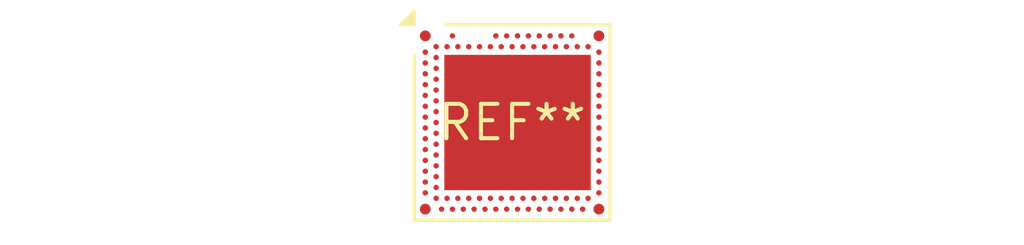
<source format=kicad_pcb>
(kicad_pcb (version 20240108) (generator pcbnew)
  (layers (0 "F.Cu" signal) (31 "B.Cu" signal) (34 "B.Paste" user) (35 "F.Paste" user) (36 "B.SilkS" user "B.Silkscreen") (37 "F.SilkS" user "F.Silkscreen") (38 "B.Mask" user) (39 "F.Mask" user) (44 "Edge.Cuts" user))
  (net 0 "")
  (footprint "Nordic_AQFN-94-1EP_7x7mm_P0.4mm" (layer "F.Cu") (at 0 0)
    (property "Reference" "REF**")
    (property "Value" "Nordic_AQFN-94-1EP_7x7mm_P0.4mm")
    (fp_line (start -3.61 -2.48) (end -3.61 3.61) (layer "F.SilkS") (stroke (width 0.12)))
    (fp_line (start -3.61 3.61) (end 3.61 3.61) (layer "F.SilkS") (stroke (width 0.12)))
    (fp_line (start 3.61 -3.61) (end -2.48 -3.61) (layer "F.SilkS") (stroke (width 0.12)))
    (fp_line (start 3.61 3.61) (end 3.61 -3.61) (layer "F.SilkS") (stroke (width 0.12)))
    (fp_poly (pts (xy -3.61 -3.61) (xy -4.11 -3.61) (xy -3.61 -4.11) (xy -3.61 -3.61)) (layer "F.SilkS") (stroke (width 0.12)) (fill solid))
    (pad "" smd circle (at -3.2 -3.2) (size 0.4 0.4) (property pad_prop_bga) (layers "F.Cu" "F.Paste" "F.Mask"))
    (pad "" smd circle (at -3.2 3.2) (size 0.4 0.4) (property pad_prop_bga) (layers "F.Cu" "F.Paste" "F.Mask"))
    (pad "" smd circle (at 3.2 -3.2) (size 0.4 0.4) (property pad_prop_bga) (layers "F.Cu" "F.Paste" "F.Mask"))
    (pad "" smd circle (at 3.2 3.2) (size 0.4 0.4) (property pad_prop_bga) (layers "F.Cu" "F.Paste" "F.Mask"))
    (pad "A5" smd circle (at -2.2 -3.2) (size 0.2 0.2) (property pad_prop_bga) (layers "F.Cu" "F.Paste" "F.Mask"))
    (pad "A13" smd circle (at -0.6 -3.2) (size 0.2 0.2) (property pad_prop_bga) (layers "F.Cu" "F.Paste" "F.Mask"))
    (pad "A15" smd circle (at -0.2 -3.2) (size 0.2 0.2) (property pad_prop_bga) (layers "F.Cu" "F.Paste" "F.Mask"))
    (pad "A17" smd circle (at 0.2 -3.2) (size 0.2 0.2) (property pad_prop_bga) (layers "F.Cu" "F.Paste" "F.Mask"))
    (pad "A19" smd circle (at 0.6 -3.2) (size 0.2 0.2) (property pad_prop_bga) (layers "F.Cu" "F.Paste" "F.Mask"))
    (pad "A21" smd circle (at 1 -3.2) (size 0.2 0.2) (property pad_prop_bga) (layers "F.Cu" "F.Paste" "F.Mask"))
    (pad "A23" smd circle (at 1.4 -3.2) (size 0.2 0.2) (property pad_prop_bga) (layers "F.Cu" "F.Paste" "F.Mask"))
    (pad "A25" smd circle (at 1.8 -3.2) (size 0.2 0.2) (property pad_prop_bga) (layers "F.Cu" "F.Paste" "F.Mask"))
    (pad "A27" smd circle (at 2.2 -3.2) (size 0.2 0.2) (property pad_prop_bga) (layers "F.Cu" "F.Paste" "F.Mask"))
    (pad "AA1" smd circle (at -3.2 1) (size 0.2 0.2) (property pad_prop_bga) (layers "F.Cu" "F.Paste" "F.Mask"))
    (pad "AA31" smd circle (at 3.2 1) (size 0.2 0.2) (property pad_prop_bga) (layers "F.Cu" "F.Paste" "F.Mask"))
    (pad "AB2" smd circle (at -2.8 1.2) (size 0.2 0.2) (property pad_prop_bga) (layers "F.Cu" "F.Paste" "F.Mask"))
    (pad "AC1" smd circle (at -3.2 1.4) (size 0.2 0.2) (property pad_prop_bga) (layers "F.Cu" "F.Paste" "F.Mask"))
    (pad "AC31" smd circle (at 3.2 1.4) (size 0.2 0.2) (property pad_prop_bga) (layers "F.Cu" "F.Paste" "F.Mask"))
    (pad "AD2" smd circle (at -2.8 1.6) (size 0.2 0.2) (property pad_prop_bga) (layers "F.Cu" "F.Paste" "F.Mask"))
    (pad "AE1" smd circle (at -3.2 1.8) (size 0.2 0.2) (property pad_prop_bga) (layers "F.Cu" "F.Paste" "F.Mask"))
    (pad "AE31" smd circle (at 3.2 1.8) (size 0.2 0.2) (property pad_prop_bga) (layers "F.Cu" "F.Paste" "F.Mask"))
    (pad "AF2" smd circle (at -2.8 2) (size 0.2 0.2) (property pad_prop_bga) (layers "F.Cu" "F.Paste" "F.Mask"))
    (pad "AG1" smd circle (at -3.2 2.2) (size 0.2 0.2) (property pad_prop_bga) (layers "F.Cu" "F.Paste" "F.Mask"))
    (pad "AG31" smd circle (at 3.2 2.2) (size 0.2 0.2) (property pad_prop_bga) (layers "F.Cu" "F.Paste" "F.Mask"))
    (pad "AH2" smd circle (at -2.8 2.4) (size 0.2 0.2) (property pad_prop_bga) (layers "F.Cu" "F.Paste" "F.Mask"))
    (pad "AJ1" smd circle (at -3.2 2.6) (size 0.2 0.2) (property pad_prop_bga) (layers "F.Cu" "F.Paste" "F.Mask"))
    (pad "AJ31" smd circle (at 3.2 2.6) (size 0.2 0.2) (property pad_prop_bga) (layers "F.Cu" "F.Paste" "F.Mask"))
    (pad "AK2" smd circle (at -2.8 2.8) (size 0.2 0.2) (property pad_prop_bga) (layers "F.Cu" "F.Paste" "F.Mask"))
    (pad "AK4" smd circle (at -2.4 2.8) (size 0.2 0.2) (property pad_prop_bga) (layers "F.Cu" "F.Paste" "F.Mask"))
    (pad "AK6" smd circle (at -2 2.8) (size 0.2 0.2) (property pad_prop_bga) (layers "F.Cu" "F.Paste" "F.Mask"))
    (pad "AK8" smd circle (at -1.6 2.8) (size 0.2 0.2) (property pad_prop_bga) (layers "F.Cu" "F.Paste" "F.Mask"))
    (pad "AK10" smd circle (at -1.2 2.8) (size 0.2 0.2) (property pad_prop_bga) (layers "F.Cu" "F.Paste" "F.Mask"))
    (pad "AK12" smd circle (at -0.8 2.8) (size 0.2 0.2) (property pad_prop_bga) (layers "F.Cu" "F.Paste" "F.Mask"))
    (pad "AK14" smd circle (at -0.4 2.8) (size 0.2 0.2) (property pad_prop_bga) (layers "F.Cu" "F.Paste" "F.Mask"))
    (pad "AK16" smd circle (at 0 2.8) (size 0.2 0.2) (property pad_prop_bga) (layers "F.Cu" "F.Paste" "F.Mask"))
    (pad "AK18" smd circle (at 0.4 2.8) (size 0.2 0.2) (property pad_prop_bga) (layers "F.Cu" "F.Paste" "F.Mask"))
    (pad "AK20" smd circle (at 0.8 2.8) (size 0.2 0.2) (property pad_prop_bga) (layers "F.Cu" "F.Paste" "F.Mask"))
    (pad "AK22" smd circle (at 1.2 2.8) (size 0.2 0.2) (property pad_prop_bga) (layers "F.Cu" "F.Paste" "F.Mask"))
    (pad "AK24" smd circle (at 1.6 2.8) (size 0.2 0.2) (property pad_prop_bga) (layers "F.Cu" "F.Paste" "F.Mask"))
    (pad "AK26" smd circle (at 2 2.8) (size 0.2 0.2) (property pad_prop_bga) (layers "F.Cu" "F.Paste" "F.Mask"))
    (pad "AK28" smd circle (at 2.4 2.8) (size 0.2 0.2) (property pad_prop_bga) (layers "F.Cu" "F.Paste" "F.Mask"))
    (pad "AK30" smd circle (at 2.8 2.8) (size 0.2 0.2) (property pad_prop_bga) (layers "F.Cu" "F.Paste" "F.Mask"))
    (pad "AL3" smd circle (at -2.6 3.2) (size 0.2 0.2) (property pad_prop_bga) (layers "F.Cu" "F.Paste" "F.Mask"))
    (pad "AL5" smd circle (at -2.2 3.2) (size 0.2 0.2) (property pad_prop_bga) (layers "F.Cu" "F.Paste" "F.Mask"))
    (pad "AL7" smd circle (at -1.8 3.2) (size 0.2 0.2) (property pad_prop_bga) (layers "F.Cu" "F.Paste" "F.Mask"))
    (pad "AL9" smd circle (at -1.4 3.2) (size 0.2 0.2) (property pad_prop_bga) (layers "F.Cu" "F.Paste" "F.Mask"))
    (pad "AL11" smd circle (at -1 3.2) (size 0.2 0.2) (property pad_prop_bga) (layers "F.Cu" "F.Paste" "F.Mask"))
    (pad "AL13" smd circle (at -0.6 3.2) (size 0.2 0.2) (property pad_prop_bga) (layers "F.Cu" "F.Paste" "F.Mask"))
    (pad "AL15" smd circle (at -0.2 3.2) (size 0.2 0.2) (property pad_prop_bga) (layers "F.Cu" "F.Paste" "F.Mask"))
    (pad "AL17" smd circle (at 0.2 3.2) (size 0.2 0.2) (property pad_prop_bga) (layers "F.Cu" "F.Paste" "F.Mask"))
    (pad "AL19" smd circle (at 0.6 3.2) (size 0.2 0.2) (property pad_prop_bga) (layers "F.Cu" "F.Paste" "F.Mask"))
    (pad "AL21" smd circle (at 1 3.2) (size 0.2 0.2) (property pad_prop_bga) (layers "F.Cu" "F.Paste" "F.Mask"))
    (pad "AL23" smd circle (at 1.4 3.2) (size 0.2 0.2) (property pad_prop_bga) (layers "F.Cu" "F.Paste" "F.Mask"))
    (pad "AL25" smd circle (at 1.8 3.2) (size 0.2 0.2) (property pad_prop_bga) (layers "F.Cu" "F.Paste" "F.Mask"))
    (pad "AL27" smd circle (at 2.2 3.2) (size 0.2 0.2) (property pad_prop_bga) (layers "F.Cu" "F.Paste" "F.Mask"))
    (pad "AL29" smd circle (at 2.6 3.2) (size 0.2 0.2) (property pad_prop_bga) (layers "F.Cu" "F.Paste" "F.Mask"))
    (pad "B2" smd circle (at -2.8 -2.8) (size 0.2 0.2) (property pad_prop_bga) (layers "F.Cu" "F.Paste" "F.Mask"))
    (pad "B4" smd circle (at -2.4 -2.8) (size 0.2 0.2) (property pad_prop_bga) (layers "F.Cu" "F.Paste" "F.Mask"))
    (pad "B6" smd circle (at -2 -2.8) (size 0.2 0.2) (property pad_prop_bga) (layers "F.Cu" "F.Paste" "F.Mask"))
    (pad "B8" smd circle (at -1.6 -2.8) (size 0.2 0.2) (property pad_prop_bga) (layers "F.Cu" "F.Paste" "F.Mask"))
    (pad "B10" smd circle (at -1.2 -2.8) (size 0.2 0.2) (property pad_prop_bga) (layers "F.Cu" "F.Paste" "F.Mask"))
    (pad "B12" smd circle (at -0.8 -2.8) (size 0.2 0.2) (property pad_prop_bga) (layers "F.Cu" "F.Paste" "F.Mask"))
    (pad "B14" smd circle (at -0.4 -2.8) (size 0.2 0.2) (property pad_prop_bga) (layers "F.Cu" "F.Paste" "F.Mask"))
    (pad "B16" smd circle (at 0 -2.8) (size 0.2 0.2) (property pad_prop_bga) (layers "F.Cu" "F.Paste" "F.Mask"))
    (pad "B18" smd circle (at 0.4 -2.8) (size 0.2 0.2) (property pad_prop_bga) (layers "F.Cu" "F.Paste" "F.Mask"))
    (pad "B20" smd circle (at 0.8 -2.8) (size 0.2 0.2) (property pad_prop_bga) (layers "F.Cu" "F.Paste" "F.Mask"))
    (pad "B22" smd circle (at 1.2 -2.8) (size 0.2 0.2) (property pad_prop_bga) (layers "F.Cu" "F.Paste" "F.Mask"))
    (pad "B24" smd circle (at 1.6 -2.8) (size 0.2 0.2) (property pad_prop_bga) (layers "F.Cu" "F.Paste" "F.Mask"))
    (pad "B26" smd circle (at 2 -2.8) (size 0.2 0.2) (property pad_prop_bga) (layers "F.Cu" "F.Paste" "F.Mask"))
    (pad "B28" smd circle (at 2.4 -2.8) (size 0.2 0.2) (property pad_prop_bga) (layers "F.Cu" "F.Paste" "F.Mask"))
    (pad "B30" smd circle (at 2.8 -2.8) (size 0.2 0.2) (property pad_prop_bga) (layers "F.Cu" "F.Paste" "F.Mask"))
    (pad "C1" smd circle (at -3.2 -2.6) (size 0.2 0.2) (property pad_prop_bga) (layers "F.Cu" "F.Paste" "F.Mask"))
    (pad "C31" smd circle (at 3.2 -2.6) (size 0.2 0.2) (property pad_prop_bga) (layers "F.Cu" "F.Paste" "F.Mask"))
    (pad "D2" smd circle (at -2.8 -2.4) (size 0.2 0.2) (property pad_prop_bga) (layers "F.Cu" "F.Paste" "F.Mask"))
    (pad "E1" smd circle (at -3.2 -2.2) (size 0.2 0.2) (property pad_prop_bga) (layers "F.Cu" "F.Paste" "F.Mask"))
    (pad "E31" smd circle (at 3.2 -2.2) (size 0.2 0.2) (property pad_prop_bga) (layers "F.Cu" "F.Paste" "F.Mask"))
    (pad "EP" smd rect (at 0.2 0 180) (size 5.4 5) (layers "F.Cu" "F.Mask"))
    (pad "F2" smd circle (at -2.8 -2) (size 0.2 0.2) (property pad_prop_bga) (layers "F.Cu" "F.Paste" "F.Mask"))
    (pad "G1" smd circle (at -3.2 -1.8) (size 0.2 0.2) (property pad_prop_bga) (layers "F.Cu" "F.Paste" "F.Mask"))
    (pad "G31" smd circle (at 3.2 -1.8) (size 0.2 0.2) (property pad_prop_bga) (layers "F.Cu" "F.Paste" "F.Mask"))
    (pad "H2" smd circle (at -2.8 -1.6) (size 0.2 0.2) (property pad_prop_bga) (layers "F.Cu" "F.Paste" "F.Mask"))
    (pad "J1" smd circle (at -3.2 -1.4) (size 0.2 0.2) (property pad_prop_bga) (layers "F.Cu" "F.Paste" "F.Mask"))
    (pad "J31" smd circle (at 3.2 -1.4) (size 0.2 0.2) (property pad_prop_bga) (layers "F.Cu" "F.Paste" "F.Mask"))
    (pad "K2" smd circle (at -2.8 -1.2) (size 0.2 0.2) (property pad_prop_bga) (layers "F.Cu" "F.Paste" "F.Mask"))
    (pad "L1" smd circle (at -3.2 -1) (size 0.2 0.2) (property pad_prop_bga) (layers "F.Cu" "F.Paste" "F.Mask"))
    (pad "L31" smd circle (at 3.2 -1) (size 0.2 0.2) (property pad_prop_bga) (layers "F.Cu" "F.Paste" "F.Mask"))
    (pad "M2" smd circle (at -2.8 -0.8) (size 0.2 0.2) (property pad_prop_bga) (layers "F.Cu" "F.Paste" "F.Mask"))
    (pad "N1" smd circle (at -3.2 -0.6) (size 0.2 0.2) (property pad_prop_bga) (layers "F.Cu" "F.Paste" "F.Mask"))
    (pad "N31" smd circle (at 3.2 -0.6) (size 0.2 0.2) (property pad_prop_bga) (layers "F.Cu" "F.Paste" "F.Mask"))
    (pad "P2" smd circle (at -2.8 -0.4) (size 0.2 0.2) (property pad_prop_bga) (layers "F.Cu" "F.Paste" "F.Mask"))
    (pad "R1" smd circle (at -3.2 -0.2) (size 0.2 0.2) (property pad_prop_bga) (layers "F.Cu" "F.Paste" "F.Mask"))
    (pad "R31" smd circle (at 3.2 -0.2) (size 0.2 0.2) (property pad_prop_bga) (layers "F.Cu" "F.Paste" "F.Mask"))
    (pad "T2" smd circle (at -2.8 0) (size 0.2 0.2) (property pad_prop_bga) (layers "F.Cu" "F.Paste" "F.Mask"))
    (pad "U1" smd circle (at -3.2 0.2) (size 0.2 0.2) (property pad_prop_bga) (layers "F.Cu" "F.Paste" "F.Mask"))
    (pad "U31" smd circle (at 3.2 0.2) (size 0.2 0.2) (property pad_prop_bga) (layers "F.Cu" "F.Paste" "F.Mask"))
    (pad "V2" smd circle (at -2.8 0.4) (size 0.2 0.2) (property pad_prop_bga) (layers "F.Cu" "F.Paste" "F.Mask"))
    (pad "W1" smd circle (at -3.2 0.6) (size 0.2 0.2) (property pad_prop_bga) (layers "F.Cu" "F.Paste" "F.Mask"))
    (pad "W31" smd circle (at 3.2 0.6) (size 0.2 0.2) (property pad_prop_bga) (layers "F.Cu" "F.Paste" "F.Mask"))
    (pad "Y2" smd circle (at -2.8 0.8) (size 0.2 0.2) (property pad_prop_bga) (layers "F.Cu" "F.Paste" "F.Mask"))
  )
)
</source>
